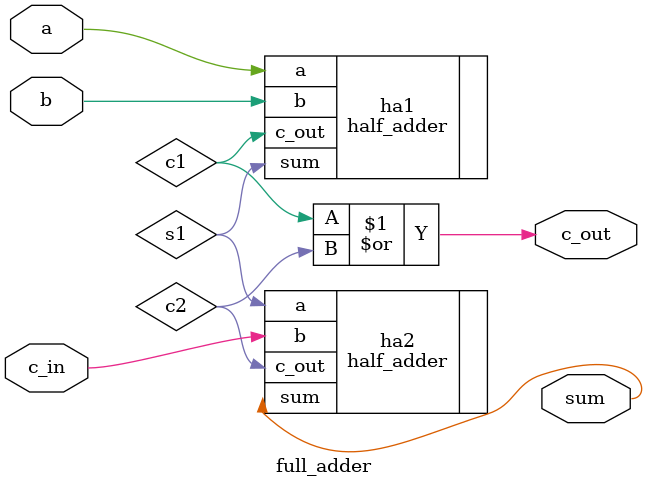
<source format=v>
/*******************************************************************************
Full Adder adds two 1-bit binary numbers and carry in together and outputs the 
sum and carry out.

Inputs: 
    a:    1-bit addend
    b:    1-bit addend
    c_in: 1-bit carry in

Outputs:
    sum:   1-bit sum
    c_out: 1-bit carry out
*******************************************************************************/

`timescale 1ns / 1ps

module full_adder(
    input a,
    input b,
    input c_in,
    output sum,
    output c_out
    );

    wire s1, c1, c2;
    
    half_adder ha1 (.a(a), .b(b), .sum(s1), .c_out(c1));
    half_adder ha2 (.a(s1), .b(c_in), .sum(sum), .c_out(c2));
    
    or (c_out, c1, c2);
endmodule
</source>
